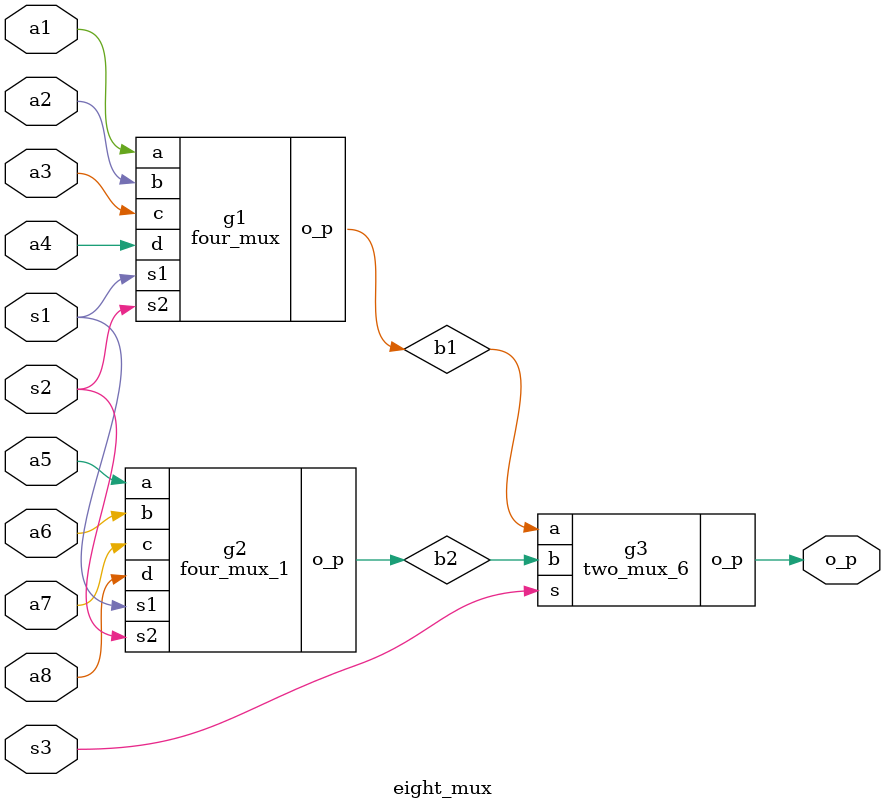
<source format=v>


// Verification Directory fv/eight_mux 

module two_mux(o_p, a, b, s);
  input a, b, s;
  output o_p;
  wire a, b, s;
  wire o_p;
  MX2X1 g24(.A (a), .B (b), .S0 (s), .Y (o_p));
endmodule

module two_mux_1(o_p, a, b, s);
  input a, b, s;
  output o_p;
  wire a, b, s;
  wire o_p;
  MX2X1 g24(.A (a), .B (b), .S0 (s), .Y (o_p));
endmodule

module two_mux_2(o_p, a, b, s);
  input a, b, s;
  output o_p;
  wire a, b, s;
  wire o_p;
  MX2X1 g24(.A (a), .B (b), .S0 (s), .Y (o_p));
endmodule

module four_mux(o_p, a, b, c, d, s1, s2);
  input a, b, c, d, s1, s2;
  output o_p;
  wire a, b, c, d, s1, s2;
  wire o_p;
  wire b1, b2;
  two_mux g1(b1, a, b, s1);
  two_mux_1 g2(b2, c, d, s1);
  two_mux_2 g3(o_p, b1, b2, s2);
endmodule

module two_mux_3(o_p, a, b, s);
  input a, b, s;
  output o_p;
  wire a, b, s;
  wire o_p;
  MX2X1 g24(.A (a), .B (b), .S0 (s), .Y (o_p));
endmodule

module two_mux_4(o_p, a, b, s);
  input a, b, s;
  output o_p;
  wire a, b, s;
  wire o_p;
  MX2X1 g24(.A (a), .B (b), .S0 (s), .Y (o_p));
endmodule

module two_mux_5(o_p, a, b, s);
  input a, b, s;
  output o_p;
  wire a, b, s;
  wire o_p;
  MX2X1 g24(.A (a), .B (b), .S0 (s), .Y (o_p));
endmodule

module four_mux_1(o_p, a, b, c, d, s1, s2);
  input a, b, c, d, s1, s2;
  output o_p;
  wire a, b, c, d, s1, s2;
  wire o_p;
  wire b1, b2;
  two_mux_3 g1(.o_p (b1), .a (a), .b (b), .s (s1));
  two_mux_4 g2(.o_p (b2), .a (c), .b (d), .s (s1));
  two_mux_5 g3(.o_p (o_p), .a (b1), .b (b2), .s (s2));
endmodule

module two_mux_6(o_p, a, b, s);
  input a, b, s;
  output o_p;
  wire a, b, s;
  wire o_p;
  MX2X1 g24(.A (a), .B (b), .S0 (s), .Y (o_p));
endmodule

module eight_mux(o_p, a1, a2, a3, a4, a5, a6, a7, a8, s1, s2, s3);
  input a1, a2, a3, a4, a5, a6, a7, a8, s1, s2, s3;
  output o_p;
  wire a1, a2, a3, a4, a5, a6, a7, a8, s1, s2, s3;
  wire o_p;
  wire b1, b2;
  four_mux g1(b1, a1, a2, a3, a4, s1, s2);
  four_mux_1 g2(b2, a5, a6, a7, a8, s1, s2);
  two_mux_6 g3(o_p, b1, b2, s3);
endmodule


</source>
